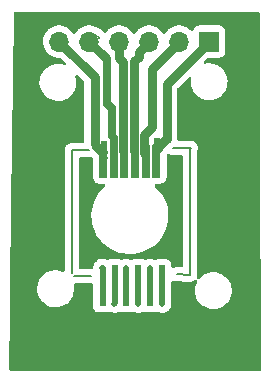
<source format=gbr>
%TF.GenerationSoftware,KiCad,Pcbnew,(6.0.1)*%
%TF.CreationDate,2023-01-13T10:44:30+01:00*%
%TF.ProjectId,HoLiSheet,486f4c69-5368-4656-9574-2e6b69636164,rev?*%
%TF.SameCoordinates,Original*%
%TF.FileFunction,Copper,L1,Top*%
%TF.FilePolarity,Positive*%
%FSLAX46Y46*%
G04 Gerber Fmt 4.6, Leading zero omitted, Abs format (unit mm)*
G04 Created by KiCad (PCBNEW (6.0.1)) date 2023-01-13 10:44:30*
%MOMM*%
%LPD*%
G01*
G04 APERTURE LIST*
%TA.AperFunction,NonConductor*%
%ADD10C,0.200000*%
%TD*%
%TA.AperFunction,SMDPad,CuDef*%
%ADD11R,0.500000X2.000000*%
%TD*%
%TA.AperFunction,SMDPad,CuDef*%
%ADD12R,0.600000X1.750000*%
%TD*%
%TA.AperFunction,ComponentPad*%
%ADD13R,1.700000X1.700000*%
%TD*%
%TA.AperFunction,ComponentPad*%
%ADD14O,1.700000X1.700000*%
%TD*%
%TA.AperFunction,Conductor*%
%ADD15C,0.700000*%
%TD*%
%TA.AperFunction,Conductor*%
%ADD16C,0.750000*%
%TD*%
%TA.AperFunction,Conductor*%
%ADD17C,0.500000*%
%TD*%
G04 APERTURE END LIST*
D10*
X16002000Y-22885400D02*
X14884400Y-22860000D01*
X16002000Y-12166600D02*
X16002000Y-22885400D01*
X14528800Y-12141200D02*
X16052800Y-12141200D01*
X6197600Y-23012400D02*
X7620000Y-23012400D01*
X5994400Y-12369800D02*
X5994400Y-22783800D01*
X7467600Y-12344400D02*
X5994400Y-12369800D01*
X8178800Y-2641600D02*
X8331200Y-2844800D01*
X13411200Y-11887200D02*
X12903200Y-11887200D01*
X12903200Y-11887200D02*
X12903200Y-14579600D01*
X12903200Y-14579600D02*
X13411200Y-14579600D01*
X13411200Y-14579600D02*
X13411200Y-11887200D01*
G36*
X13411200Y-11887200D02*
G01*
X12903200Y-11887200D01*
X12903200Y-14579600D01*
X13411200Y-14579600D01*
X13411200Y-11887200D01*
G37*
X12496800Y-11887200D02*
X11988800Y-11887200D01*
X11988800Y-11887200D02*
X11988800Y-14579600D01*
X11988800Y-14579600D02*
X12496800Y-14579600D01*
X12496800Y-14579600D02*
X12496800Y-11887200D01*
G36*
X12496800Y-11887200D02*
G01*
X11988800Y-11887200D01*
X11988800Y-14579600D01*
X12496800Y-14579600D01*
X12496800Y-11887200D01*
G37*
X11582400Y-11887200D02*
X11074400Y-11887200D01*
X11074400Y-11887200D02*
X11074400Y-14579600D01*
X11074400Y-14579600D02*
X11582400Y-14579600D01*
X11582400Y-14579600D02*
X11582400Y-11887200D01*
G36*
X11582400Y-11887200D02*
G01*
X11074400Y-11887200D01*
X11074400Y-14579600D01*
X11582400Y-14579600D01*
X11582400Y-11887200D01*
G37*
X10668000Y-11887200D02*
X10160000Y-11887200D01*
X10160000Y-11887200D02*
X10160000Y-14579600D01*
X10160000Y-14579600D02*
X10668000Y-14579600D01*
X10668000Y-14579600D02*
X10668000Y-11887200D01*
G36*
X10668000Y-11887200D02*
G01*
X10160000Y-11887200D01*
X10160000Y-14579600D01*
X10668000Y-14579600D01*
X10668000Y-11887200D01*
G37*
X9804400Y-11887200D02*
X9296400Y-11887200D01*
X9296400Y-11887200D02*
X9296400Y-14579600D01*
X9296400Y-14579600D02*
X9804400Y-14579600D01*
X9804400Y-14579600D02*
X9804400Y-11887200D01*
G36*
X9804400Y-11887200D02*
G01*
X9296400Y-11887200D01*
X9296400Y-14579600D01*
X9804400Y-14579600D01*
X9804400Y-11887200D01*
G37*
X8890000Y-11887200D02*
X8382000Y-11887200D01*
X8382000Y-11887200D02*
X8382000Y-14579600D01*
X8382000Y-14579600D02*
X8890000Y-14579600D01*
X8890000Y-14579600D02*
X8890000Y-11887200D01*
G36*
X8890000Y-11887200D02*
G01*
X8382000Y-11887200D01*
X8382000Y-14579600D01*
X8890000Y-14579600D01*
X8890000Y-11887200D01*
G37*
D11*
%TO.P,J8,1,Pin_1*%
%TO.N,Net-(J1-Pad1)*%
X13181200Y-12368400D03*
%TD*%
%TO.P,J7,1,Pin_1*%
%TO.N,Net-(J1-Pad2)*%
X12216000Y-12622400D03*
%TD*%
%TO.P,J6,1,Pin_1*%
%TO.N,Net-(J1-Pad3)*%
X11348300Y-12495400D03*
%TD*%
%TO.P,J5,1,Pin_1*%
%TO.N,Net-(J1-Pad4)*%
X10383100Y-12495400D03*
%TD*%
%TO.P,J4,1,Pin_1*%
%TO.N,Net-(J1-Pad5)*%
X9625200Y-12520800D03*
%TD*%
%TO.P,J2,1,Pin_1*%
%TO.N,Net-(J1-Pad6)*%
X8710800Y-12571600D03*
%TD*%
D12*
%TO.P,J3,1,Pin_1*%
%TO.N,unconnected-(J3-Pad1)*%
X8628672Y-24700200D03*
%TO.P,J3,2,Pin_2*%
%TO.N,unconnected-(J3-Pad2)*%
X9628672Y-22950200D03*
%TO.P,J3,3,Pin_3*%
%TO.N,unconnected-(J3-Pad3)*%
X10628672Y-24700200D03*
%TO.P,J3,4,Pin_4*%
%TO.N,unconnected-(J3-Pad4)*%
X11628672Y-22950200D03*
%TO.P,J3,5,Pin_5*%
%TO.N,unconnected-(J3-Pad5)*%
X12628672Y-24700200D03*
%TO.P,J3,6,Pin_6*%
%TO.N,unconnected-(J3-Pad6)*%
X13628672Y-22950200D03*
%TD*%
D13*
%TO.P,J1,1,Pin_1*%
%TO.N,Net-(J1-Pad1)*%
X17627600Y-3149600D03*
D14*
%TO.P,J1,2,Pin_2*%
%TO.N,Net-(J1-Pad2)*%
X15087600Y-3149600D03*
%TO.P,J1,3,Pin_3*%
%TO.N,Net-(J1-Pad3)*%
X12547600Y-3149600D03*
%TO.P,J1,4,Pin_4*%
%TO.N,Net-(J1-Pad4)*%
X10007600Y-3149600D03*
%TO.P,J1,5,Pin_5*%
%TO.N,Net-(J1-Pad5)*%
X7467600Y-3149600D03*
%TO.P,J1,6,Pin_6*%
%TO.N,Net-(J1-Pad6)*%
X4927600Y-3149600D03*
%TD*%
D15*
%TO.N,Net-(J1-Pad5)*%
X8991600Y-4673600D02*
X8864600Y-4546600D01*
X8991600Y-8432800D02*
X8991600Y-4673600D01*
D16*
X7467600Y-3149600D02*
X8864600Y-4546600D01*
D15*
X9560520Y-11310529D02*
X9560520Y-12446000D01*
X9375191Y-11125200D02*
X9560520Y-11310529D01*
X9375191Y-8816391D02*
X9375191Y-11125200D01*
X8991600Y-8432800D02*
X9375191Y-8816391D01*
D16*
%TO.N,Net-(J1-Pad2)*%
X12141200Y-11023600D02*
X12141200Y-12547600D01*
X12750800Y-5486400D02*
X12750800Y-10414000D01*
X12750800Y-10414000D02*
X12141200Y-11023600D01*
X15087600Y-3149600D02*
X12750800Y-5486400D01*
%TO.N,Net-(J1-Pad1)*%
X13970000Y-11430000D02*
X13106400Y-12293600D01*
X14034920Y-11430000D02*
X13970000Y-11430000D01*
%TO.N,Net-(J1-Pad3)*%
X11684000Y-4423700D02*
X11273500Y-4834200D01*
X11273500Y-4834200D02*
X11273500Y-12420600D01*
%TO.N,Net-(J1-Pad4)*%
X10360040Y-4875992D02*
X10360040Y-12420600D01*
X10007600Y-4523552D02*
X10360040Y-4875992D01*
X10007600Y-3149600D02*
X10007600Y-4523552D01*
%TO.N,Net-(J1-Pad3)*%
X11684000Y-4013200D02*
X11684000Y-4423700D01*
X12547600Y-3149600D02*
X11684000Y-4013200D01*
%TO.N,Net-(J1-Pad6)*%
X8070317Y-11988800D02*
X8578317Y-12496800D01*
X7924800Y-11848216D02*
X8070317Y-11988800D01*
X8578317Y-12496800D02*
X8636000Y-12496800D01*
X4927600Y-3149600D02*
X7924800Y-6146800D01*
X7924800Y-6146800D02*
X7924800Y-11848216D01*
%TO.N,Net-(J1-Pad1)*%
X14034920Y-6742280D02*
X14034920Y-11430000D01*
X17627600Y-3149600D02*
X14034920Y-6742280D01*
D17*
%TO.N,Net-(J1-Pad2)*%
X15087600Y-3149600D02*
X15087600Y-3454400D01*
%TO.N,Net-(J1-Pad4)*%
X10007600Y-3149600D02*
X10324711Y-3466711D01*
%TO.N,Net-(J1-Pad6)*%
X8788400Y-12979400D02*
X8686800Y-13081000D01*
%TO.N,unconnected-(J3-Pad6)*%
X13628672Y-25309200D02*
X13668672Y-25349200D01*
X13628672Y-22950200D02*
X13628672Y-25309200D01*
%TO.N,unconnected-(J3-Pad5)*%
X12628672Y-22325200D02*
X12652672Y-22301200D01*
X12628672Y-24700200D02*
X12628672Y-22325200D01*
%TO.N,unconnected-(J3-Pad4)*%
X11636672Y-25349200D02*
X11628672Y-25341200D01*
X11628672Y-22950200D02*
X11628672Y-25341200D01*
%TO.N,unconnected-(J3-Pad3)*%
X10628672Y-22309200D02*
X10620672Y-22301200D01*
X10628672Y-24700200D02*
X10628672Y-22309200D01*
%TO.N,unconnected-(J3-Pad2)*%
X9628672Y-25325200D02*
X9604672Y-25349200D01*
X9628672Y-22950200D02*
X9628672Y-25325200D01*
%TO.N,unconnected-(J3-Pad1)*%
X8628672Y-22341200D02*
X8588672Y-22301200D01*
X8628672Y-24700200D02*
X8628672Y-22341200D01*
%TD*%
%TA.AperFunction,NonConductor*%
G36*
X14206960Y-12665755D02*
G01*
X14208475Y-12663131D01*
X14215623Y-12667258D01*
X14222177Y-12672287D01*
X14296129Y-12702919D01*
X14362450Y-12730390D01*
X14362453Y-12730391D01*
X14370080Y-12733550D01*
X14378268Y-12734628D01*
X14484866Y-12748662D01*
X14484867Y-12748662D01*
X14488953Y-12749200D01*
X15268000Y-12749200D01*
X15336121Y-12769202D01*
X15382614Y-12822858D01*
X15394000Y-12875200D01*
X15394000Y-22134529D01*
X15373998Y-22202650D01*
X15320342Y-22249143D01*
X15265137Y-22260496D01*
X14962309Y-22253614D01*
X14858378Y-22251252D01*
X14854272Y-22251698D01*
X14854270Y-22251698D01*
X14747391Y-22263305D01*
X14747389Y-22263306D01*
X14739180Y-22264197D01*
X14678950Y-22287556D01*
X14608732Y-22314788D01*
X14537988Y-22320770D01*
X14475239Y-22287556D01*
X14440409Y-22225691D01*
X14437172Y-22197313D01*
X14437172Y-22027066D01*
X14430417Y-21964884D01*
X14379287Y-21828495D01*
X14291933Y-21711939D01*
X14175377Y-21624585D01*
X14038988Y-21573455D01*
X13976806Y-21566700D01*
X13280538Y-21566700D01*
X13218356Y-21573455D01*
X13210960Y-21576227D01*
X13210954Y-21576229D01*
X13086945Y-21622718D01*
X13016138Y-21627901D01*
X12995618Y-21621602D01*
X12860976Y-21567340D01*
X12854182Y-21564602D01*
X12769681Y-21551747D01*
X12686557Y-21539101D01*
X12686553Y-21539101D01*
X12679323Y-21538001D01*
X12672031Y-21538594D01*
X12672028Y-21538594D01*
X12589058Y-21545343D01*
X12503035Y-21552340D01*
X12496076Y-21554594D01*
X12496073Y-21554595D01*
X12341739Y-21604592D01*
X12341736Y-21604593D01*
X12334773Y-21606849D01*
X12328518Y-21610645D01*
X12328513Y-21610647D01*
X12304680Y-21625110D01*
X12236066Y-21643350D01*
X12180385Y-21628338D01*
X12175377Y-21624585D01*
X12166976Y-21621436D01*
X12166973Y-21621434D01*
X12055585Y-21579677D01*
X12038988Y-21573455D01*
X11976806Y-21566700D01*
X11280538Y-21566700D01*
X11218356Y-21573455D01*
X11081967Y-21624585D01*
X11081285Y-21625096D01*
X11015920Y-21639389D01*
X10971423Y-21627848D01*
X10947975Y-21616889D01*
X10940489Y-21612975D01*
X10939507Y-21612548D01*
X10933182Y-21608874D01*
X10926514Y-21606854D01*
X10926207Y-21606716D01*
X10868353Y-21579677D01*
X10868352Y-21579677D01*
X10861722Y-21576578D01*
X10854557Y-21575088D01*
X10854555Y-21575087D01*
X10710600Y-21545145D01*
X10688557Y-21540560D01*
X10511751Y-21545343D01*
X10504669Y-21547221D01*
X10504668Y-21547221D01*
X10347870Y-21588796D01*
X10347868Y-21588797D01*
X10340788Y-21590674D01*
X10334329Y-21594130D01*
X10284601Y-21620738D01*
X10215102Y-21635240D01*
X10175787Y-21623490D01*
X10175377Y-21624585D01*
X10038988Y-21573455D01*
X9976806Y-21566700D01*
X9280538Y-21566700D01*
X9218356Y-21573455D01*
X9201759Y-21579677D01*
X9090371Y-21621434D01*
X9090368Y-21621436D01*
X9081967Y-21624585D01*
X9074785Y-21629967D01*
X9070545Y-21632289D01*
X9001187Y-21647458D01*
X8956691Y-21635919D01*
X8829722Y-21576578D01*
X8822560Y-21575088D01*
X8822559Y-21575088D01*
X8743140Y-21558569D01*
X8656557Y-21540560D01*
X8479751Y-21545343D01*
X8472669Y-21547221D01*
X8472668Y-21547221D01*
X8315870Y-21588796D01*
X8315868Y-21588797D01*
X8308788Y-21590674D01*
X8302329Y-21594130D01*
X8159298Y-21670661D01*
X8159295Y-21670663D01*
X8152838Y-21674118D01*
X8147350Y-21678965D01*
X8147347Y-21678967D01*
X8110014Y-21711939D01*
X8020268Y-21791200D01*
X7918188Y-21935640D01*
X7915453Y-21942426D01*
X7915451Y-21942430D01*
X7909384Y-21957485D01*
X7852074Y-22099689D01*
X7850973Y-22106926D01*
X7826594Y-22267183D01*
X7825473Y-22274549D01*
X7826066Y-22281844D01*
X7825887Y-22286988D01*
X7803522Y-22354370D01*
X7748277Y-22398963D01*
X7683519Y-22407516D01*
X7663937Y-22404938D01*
X7663930Y-22404938D01*
X7659847Y-22404400D01*
X6728400Y-22404400D01*
X6660279Y-22384398D01*
X6613786Y-22330742D01*
X6602400Y-22278400D01*
X6602400Y-13091254D01*
X6622402Y-13023133D01*
X6676058Y-12976640D01*
X6726228Y-12965273D01*
X7517922Y-12951623D01*
X7629404Y-12934986D01*
X7699729Y-12944714D01*
X7753632Y-12990920D01*
X7774000Y-13059606D01*
X7774000Y-14531495D01*
X7772922Y-14547941D01*
X7768754Y-14579600D01*
X7774000Y-14619447D01*
X7789650Y-14738320D01*
X7850913Y-14886223D01*
X7948370Y-15013230D01*
X8075377Y-15110687D01*
X8149328Y-15141318D01*
X8215650Y-15168790D01*
X8215653Y-15168791D01*
X8223280Y-15171950D01*
X8382000Y-15192846D01*
X8390188Y-15191768D01*
X8413659Y-15188678D01*
X8430105Y-15187600D01*
X8717299Y-15187600D01*
X8785420Y-15207602D01*
X8831913Y-15261258D01*
X8842017Y-15331532D01*
X8812523Y-15396112D01*
X8799882Y-15408763D01*
X8650919Y-15538026D01*
X8407464Y-15801395D01*
X8405411Y-15804175D01*
X8405404Y-15804183D01*
X8196438Y-16087100D01*
X8194379Y-16089888D01*
X8014239Y-16400022D01*
X7869220Y-16728050D01*
X7761071Y-17070011D01*
X7691101Y-17421775D01*
X7660154Y-17779092D01*
X7660236Y-17782560D01*
X7664986Y-17984108D01*
X7668604Y-18137648D01*
X7716349Y-18493111D01*
X7802812Y-18841188D01*
X7926948Y-19177675D01*
X7928497Y-19180775D01*
X8085716Y-19495421D01*
X8085720Y-19495428D01*
X8087259Y-19498508D01*
X8281809Y-19799811D01*
X8508246Y-20077947D01*
X8763838Y-20329554D01*
X9045496Y-20551596D01*
X9349818Y-20741388D01*
X9673129Y-20896640D01*
X9676398Y-20897788D01*
X10008266Y-21014332D01*
X10008274Y-21014334D01*
X10011525Y-21015476D01*
X10014887Y-21016255D01*
X10014893Y-21016257D01*
X10153514Y-21048387D01*
X10360917Y-21096461D01*
X10364334Y-21096865D01*
X10364343Y-21096867D01*
X10714382Y-21138296D01*
X10717086Y-21138616D01*
X10719801Y-21138701D01*
X10719810Y-21138702D01*
X10744784Y-21139487D01*
X10764305Y-21140100D01*
X11012055Y-21140100D01*
X11013774Y-21140005D01*
X11013789Y-21140005D01*
X11156648Y-21132143D01*
X11280113Y-21125348D01*
X11283527Y-21124780D01*
X11283534Y-21124779D01*
X11500863Y-21088605D01*
X11633901Y-21066461D01*
X11979090Y-20969108D01*
X12311512Y-20834463D01*
X12487425Y-20739546D01*
X12624101Y-20665800D01*
X12624105Y-20665797D01*
X12627151Y-20664154D01*
X12787349Y-20553434D01*
X12919352Y-20462201D01*
X12919353Y-20462200D01*
X12922195Y-20460236D01*
X13193081Y-20225174D01*
X13436536Y-19961805D01*
X13438589Y-19959025D01*
X13438596Y-19959017D01*
X13647562Y-19676100D01*
X13647564Y-19676097D01*
X13649621Y-19673312D01*
X13829761Y-19363178D01*
X13974780Y-19035150D01*
X14082929Y-18693189D01*
X14152899Y-18341425D01*
X14183846Y-17984108D01*
X14179096Y-17782560D01*
X14175478Y-17629016D01*
X14175477Y-17629009D01*
X14175396Y-17625552D01*
X14127651Y-17270089D01*
X14041188Y-16922012D01*
X13917052Y-16585525D01*
X13909803Y-16571017D01*
X13758284Y-16267779D01*
X13758280Y-16267772D01*
X13756741Y-16264692D01*
X13562191Y-15963389D01*
X13335754Y-15685253D01*
X13080162Y-15433646D01*
X13053402Y-15412550D01*
X13012289Y-15354669D01*
X13008995Y-15283748D01*
X13044567Y-15222306D01*
X13107710Y-15189849D01*
X13131408Y-15187600D01*
X13363095Y-15187600D01*
X13379541Y-15188678D01*
X13411200Y-15192846D01*
X13419388Y-15191768D01*
X13451047Y-15187600D01*
X13561732Y-15173028D01*
X13569920Y-15171950D01*
X13577547Y-15168791D01*
X13577550Y-15168790D01*
X13643872Y-15141318D01*
X13717823Y-15110687D01*
X13844830Y-15013230D01*
X13942287Y-14886223D01*
X14003550Y-14738320D01*
X14024446Y-14579600D01*
X14020278Y-14547941D01*
X14019200Y-14531495D01*
X14019200Y-12772040D01*
X14039202Y-12703919D01*
X14092858Y-12657426D01*
X14163132Y-12647322D01*
X14206960Y-12665755D01*
G37*
%TD.AperFunction*%
%TA.AperFunction,NonConductor*%
G36*
X21888016Y-680402D02*
G01*
X21934509Y-734058D01*
X21945895Y-786189D01*
X21964718Y-12061237D01*
X21996189Y-30912590D01*
X21976301Y-30980744D01*
X21922723Y-31027326D01*
X21870189Y-31038800D01*
X840435Y-31038800D01*
X772314Y-31018798D01*
X725821Y-30965142D01*
X714443Y-30911340D01*
X770220Y-26098653D01*
X792992Y-24133768D01*
X3060182Y-24133768D01*
X3060763Y-24138788D01*
X3060763Y-24138792D01*
X3065188Y-24177032D01*
X3089008Y-24382899D01*
X3090387Y-24387773D01*
X3090388Y-24387777D01*
X3132133Y-24535299D01*
X3157294Y-24624217D01*
X3159428Y-24628792D01*
X3159430Y-24628799D01*
X3228359Y-24776617D01*
X3263284Y-24851513D01*
X3266126Y-24855694D01*
X3266126Y-24855695D01*
X3401405Y-25054752D01*
X3401408Y-25054756D01*
X3404251Y-25058939D01*
X3407728Y-25062616D01*
X3407729Y-25062617D01*
X3508038Y-25168691D01*
X3576567Y-25241159D01*
X3580593Y-25244237D01*
X3580594Y-25244238D01*
X3771781Y-25390412D01*
X3771785Y-25390415D01*
X3775801Y-25393485D01*
X3996826Y-25511997D01*
X4001607Y-25513643D01*
X4001611Y-25513645D01*
X4227338Y-25591369D01*
X4233956Y-25593648D01*
X4337489Y-25611531D01*
X4477180Y-25635660D01*
X4477186Y-25635661D01*
X4481090Y-25636335D01*
X4485051Y-25636515D01*
X4485052Y-25636515D01*
X4509731Y-25637636D01*
X4509750Y-25637636D01*
X4511150Y-25637700D01*
X4685815Y-25637700D01*
X4688323Y-25637498D01*
X4688328Y-25637498D01*
X4867744Y-25623063D01*
X4867749Y-25623062D01*
X4872785Y-25622657D01*
X4877693Y-25621452D01*
X4877696Y-25621451D01*
X5111425Y-25564041D01*
X5116339Y-25562834D01*
X5120991Y-25560859D01*
X5120995Y-25560858D01*
X5342541Y-25466817D01*
X5342542Y-25466817D01*
X5347196Y-25464841D01*
X5488510Y-25375851D01*
X5555134Y-25333896D01*
X5555135Y-25333895D01*
X5559415Y-25331200D01*
X5747538Y-25165347D01*
X5906724Y-24971551D01*
X6032878Y-24754796D01*
X6064254Y-24673061D01*
X6120943Y-24525381D01*
X6122755Y-24520661D01*
X6141169Y-24432521D01*
X6173006Y-24280121D01*
X6174041Y-24275167D01*
X6185418Y-24024632D01*
X6175963Y-23942911D01*
X6157173Y-23780520D01*
X6157172Y-23780517D01*
X6156592Y-23775501D01*
X6155267Y-23770817D01*
X6161654Y-23700160D01*
X6205260Y-23644133D01*
X6278863Y-23620400D01*
X7659847Y-23620400D01*
X7680732Y-23617650D01*
X7750878Y-23628588D01*
X7803978Y-23675715D01*
X7823169Y-23744069D01*
X7822441Y-23756178D01*
X7820172Y-23777066D01*
X7820172Y-25623334D01*
X7826927Y-25685516D01*
X7878057Y-25821905D01*
X7965411Y-25938461D01*
X8081967Y-26025815D01*
X8218356Y-26076945D01*
X8280538Y-26083700D01*
X8976806Y-26083700D01*
X9038988Y-26076945D01*
X9046384Y-26074173D01*
X9046390Y-26074171D01*
X9170398Y-26027682D01*
X9241205Y-26022499D01*
X9261726Y-26028798D01*
X9329900Y-26056273D01*
X9403161Y-26085798D01*
X9410398Y-26086899D01*
X9570787Y-26111299D01*
X9570791Y-26111299D01*
X9578021Y-26112399D01*
X9585313Y-26111806D01*
X9585316Y-26111806D01*
X9676326Y-26104403D01*
X9754309Y-26098060D01*
X9761268Y-26095806D01*
X9761271Y-26095805D01*
X9915605Y-26045808D01*
X9915608Y-26045807D01*
X9922571Y-26043551D01*
X9928826Y-26039755D01*
X9928831Y-26039753D01*
X9952664Y-26025290D01*
X10021278Y-26007050D01*
X10076959Y-26022062D01*
X10081967Y-26025815D01*
X10090368Y-26028964D01*
X10090371Y-26028966D01*
X10163219Y-26056275D01*
X10218356Y-26076945D01*
X10280538Y-26083700D01*
X10976806Y-26083700D01*
X11038988Y-26076945D01*
X11175377Y-26025815D01*
X11176059Y-26025304D01*
X11241424Y-26011011D01*
X11285921Y-26022552D01*
X11309369Y-26033511D01*
X11316855Y-26037425D01*
X11317837Y-26037852D01*
X11324162Y-26041526D01*
X11330830Y-26043546D01*
X11331137Y-26043684D01*
X11365464Y-26059727D01*
X11395622Y-26073822D01*
X11402787Y-26075312D01*
X11402789Y-26075313D01*
X11526130Y-26100968D01*
X11568787Y-26109841D01*
X11687908Y-26106618D01*
X11738277Y-26105255D01*
X11745593Y-26105057D01*
X11916556Y-26059727D01*
X11923009Y-26056274D01*
X11923012Y-26056273D01*
X11972744Y-26029663D01*
X12042243Y-26015161D01*
X12081557Y-26026910D01*
X12081967Y-26025815D01*
X12218356Y-26076945D01*
X12280538Y-26083700D01*
X12976806Y-26083700D01*
X13038988Y-26076945D01*
X13175377Y-26025815D01*
X13182564Y-26020429D01*
X13186794Y-26018113D01*
X13256151Y-26002942D01*
X13300655Y-26014483D01*
X13420984Y-26070720D01*
X13420987Y-26070721D01*
X13427622Y-26073822D01*
X13434787Y-26075312D01*
X13434789Y-26075313D01*
X13558130Y-26100968D01*
X13600787Y-26109841D01*
X13719908Y-26106618D01*
X13770277Y-26105255D01*
X13777593Y-26105057D01*
X13948557Y-26059727D01*
X14104506Y-25976282D01*
X14237077Y-25859200D01*
X14258356Y-25829091D01*
X14334932Y-25720739D01*
X14334934Y-25720736D01*
X14339157Y-25714760D01*
X14374633Y-25626731D01*
X14402532Y-25557506D01*
X14402533Y-25557503D01*
X14405270Y-25550711D01*
X14428825Y-25395876D01*
X14430771Y-25383085D01*
X14430771Y-25383081D01*
X14431871Y-25375851D01*
X14428459Y-25333896D01*
X14425357Y-25295760D01*
X14417532Y-25199564D01*
X14393303Y-25124771D01*
X14387172Y-25085946D01*
X14387172Y-24073713D01*
X14395190Y-24029484D01*
X14427645Y-23942911D01*
X14427645Y-23942909D01*
X14430417Y-23935516D01*
X14437172Y-23873334D01*
X14437172Y-23520541D01*
X14457174Y-23452420D01*
X14510830Y-23405927D01*
X14581104Y-23395823D01*
X14614019Y-23405257D01*
X14712262Y-23448591D01*
X14830749Y-23466938D01*
X14834880Y-23467032D01*
X14834881Y-23467032D01*
X15948454Y-23492340D01*
X15962037Y-23493385D01*
X15993811Y-23497568D01*
X15993812Y-23497568D01*
X16002000Y-23498646D01*
X16073120Y-23489283D01*
X16075909Y-23488947D01*
X16147220Y-23481203D01*
X16153761Y-23478666D01*
X16160720Y-23477750D01*
X16215390Y-23455105D01*
X16226957Y-23450314D01*
X16229615Y-23449248D01*
X16288780Y-23426302D01*
X16288779Y-23426302D01*
X16296477Y-23423317D01*
X16302141Y-23419172D01*
X16308623Y-23416487D01*
X16365564Y-23372794D01*
X16367705Y-23371189D01*
X16425666Y-23328771D01*
X16427637Y-23331463D01*
X16476925Y-23306027D01*
X16547603Y-23312746D01*
X16603429Y-23356610D01*
X16626678Y-23423692D01*
X16609721Y-23493120D01*
X16573122Y-23556004D01*
X16571309Y-23560727D01*
X16571308Y-23560729D01*
X16539846Y-23642691D01*
X16483245Y-23790139D01*
X16482212Y-23795085D01*
X16482210Y-23795091D01*
X16455484Y-23923023D01*
X16431959Y-24035633D01*
X16431730Y-24040682D01*
X16431729Y-24040688D01*
X16427732Y-24128714D01*
X16420582Y-24286168D01*
X16449408Y-24535299D01*
X16450787Y-24540173D01*
X16450788Y-24540177D01*
X16489726Y-24677781D01*
X16517694Y-24776617D01*
X16519828Y-24781192D01*
X16519830Y-24781199D01*
X16621547Y-24999331D01*
X16623684Y-25003913D01*
X16626526Y-25008094D01*
X16626526Y-25008095D01*
X16761805Y-25207152D01*
X16761808Y-25207156D01*
X16764651Y-25211339D01*
X16768128Y-25215016D01*
X16768129Y-25215017D01*
X16868438Y-25321091D01*
X16936967Y-25393559D01*
X16940993Y-25396637D01*
X16940994Y-25396638D01*
X17132181Y-25542812D01*
X17132185Y-25542815D01*
X17136201Y-25545885D01*
X17140659Y-25548275D01*
X17140660Y-25548276D01*
X17167811Y-25562834D01*
X17357226Y-25664397D01*
X17362007Y-25666043D01*
X17362011Y-25666045D01*
X17520854Y-25720739D01*
X17594356Y-25746048D01*
X17697889Y-25763931D01*
X17837580Y-25788060D01*
X17837586Y-25788061D01*
X17841490Y-25788735D01*
X17845451Y-25788915D01*
X17845452Y-25788915D01*
X17870131Y-25790036D01*
X17870150Y-25790036D01*
X17871550Y-25790100D01*
X18046215Y-25790100D01*
X18048723Y-25789898D01*
X18048728Y-25789898D01*
X18228144Y-25775463D01*
X18228149Y-25775462D01*
X18233185Y-25775057D01*
X18238093Y-25773852D01*
X18238096Y-25773851D01*
X18471825Y-25716441D01*
X18476739Y-25715234D01*
X18481391Y-25713259D01*
X18481395Y-25713258D01*
X18702941Y-25619217D01*
X18702942Y-25619217D01*
X18707596Y-25617241D01*
X18919815Y-25483600D01*
X19107938Y-25317747D01*
X19267124Y-25123951D01*
X19393278Y-24907196D01*
X19483155Y-24673061D01*
X19494377Y-24619348D01*
X19533406Y-24432521D01*
X19534441Y-24427567D01*
X19536470Y-24382899D01*
X19540862Y-24286168D01*
X19545818Y-24177032D01*
X19541394Y-24138792D01*
X19532276Y-24059993D01*
X19516992Y-23927901D01*
X19504353Y-23883233D01*
X19450084Y-23691452D01*
X19450083Y-23691450D01*
X19448706Y-23686583D01*
X19446572Y-23682008D01*
X19446570Y-23682001D01*
X19344853Y-23463869D01*
X19344851Y-23463865D01*
X19342716Y-23459287D01*
X19336243Y-23449762D01*
X19204595Y-23256048D01*
X19204592Y-23256044D01*
X19201749Y-23251861D01*
X19101125Y-23145453D01*
X19032913Y-23073321D01*
X19029433Y-23069641D01*
X19004531Y-23050602D01*
X18834219Y-22920388D01*
X18834215Y-22920385D01*
X18830199Y-22917315D01*
X18796665Y-22899334D01*
X18613635Y-22801195D01*
X18609174Y-22798803D01*
X18604393Y-22797157D01*
X18604389Y-22797155D01*
X18376833Y-22718801D01*
X18372044Y-22717152D01*
X18224014Y-22691583D01*
X18128820Y-22675140D01*
X18128814Y-22675139D01*
X18124910Y-22674465D01*
X18120949Y-22674285D01*
X18120948Y-22674285D01*
X18096269Y-22673164D01*
X18096250Y-22673164D01*
X18094850Y-22673100D01*
X17920185Y-22673100D01*
X17917677Y-22673302D01*
X17917672Y-22673302D01*
X17738256Y-22687737D01*
X17738251Y-22687738D01*
X17733215Y-22688143D01*
X17728307Y-22689348D01*
X17728304Y-22689349D01*
X17602715Y-22720197D01*
X17489661Y-22747966D01*
X17485009Y-22749941D01*
X17485005Y-22749942D01*
X17364261Y-22801195D01*
X17258804Y-22845959D01*
X17046585Y-22979600D01*
X16858462Y-23145453D01*
X16855252Y-23149361D01*
X16780070Y-23240889D01*
X16721376Y-23280832D01*
X16650404Y-23282702D01*
X16589688Y-23245905D01*
X16558504Y-23182123D01*
X16567423Y-23110062D01*
X16585252Y-23069641D01*
X16590591Y-23057538D01*
X16591665Y-23050602D01*
X16594350Y-23044120D01*
X16600559Y-22996961D01*
X16603707Y-22973045D01*
X16604113Y-22970210D01*
X16606890Y-22952278D01*
X16615088Y-22899334D01*
X16610735Y-22859252D01*
X16610000Y-22845665D01*
X16610000Y-12409843D01*
X16619591Y-12361625D01*
X16641990Y-12307550D01*
X16641991Y-12307547D01*
X16645150Y-12299920D01*
X16666046Y-12141200D01*
X16645150Y-11982480D01*
X16627719Y-11940396D01*
X16589950Y-11849215D01*
X16583887Y-11834577D01*
X16565417Y-11810506D01*
X16491456Y-11714120D01*
X16486430Y-11707570D01*
X16460840Y-11687934D01*
X16365976Y-11615141D01*
X16365974Y-11615140D01*
X16359423Y-11610113D01*
X16285472Y-11579482D01*
X16219150Y-11552010D01*
X16219147Y-11552009D01*
X16211520Y-11548850D01*
X16203332Y-11547772D01*
X16096734Y-11533738D01*
X16096733Y-11533738D01*
X16092647Y-11533200D01*
X15044420Y-11533200D01*
X14976299Y-11513198D01*
X14929806Y-11459542D01*
X14918420Y-11407200D01*
X14918420Y-7160428D01*
X14938422Y-7092307D01*
X14955325Y-7071333D01*
X15884959Y-6141699D01*
X15947271Y-6107673D01*
X16018086Y-6112738D01*
X16074922Y-6155285D01*
X16099733Y-6221805D01*
X16097391Y-6256556D01*
X16076359Y-6357233D01*
X16076130Y-6362282D01*
X16076129Y-6362288D01*
X16070972Y-6475851D01*
X16064982Y-6607768D01*
X16093808Y-6856899D01*
X16095187Y-6861773D01*
X16095188Y-6861777D01*
X16160716Y-7093348D01*
X16162094Y-7098217D01*
X16164228Y-7102792D01*
X16164230Y-7102799D01*
X16248712Y-7283970D01*
X16268084Y-7325513D01*
X16270926Y-7329694D01*
X16270926Y-7329695D01*
X16406205Y-7528752D01*
X16406208Y-7528756D01*
X16409051Y-7532939D01*
X16412528Y-7536616D01*
X16412529Y-7536617D01*
X16512838Y-7642691D01*
X16581367Y-7715159D01*
X16585393Y-7718237D01*
X16585394Y-7718238D01*
X16776581Y-7864412D01*
X16776585Y-7864415D01*
X16780601Y-7867485D01*
X17001626Y-7985997D01*
X17006407Y-7987643D01*
X17006411Y-7987645D01*
X17153945Y-8038445D01*
X17238756Y-8067648D01*
X17342289Y-8085531D01*
X17481980Y-8109660D01*
X17481986Y-8109661D01*
X17485890Y-8110335D01*
X17489851Y-8110515D01*
X17489852Y-8110515D01*
X17514531Y-8111636D01*
X17514550Y-8111636D01*
X17515950Y-8111700D01*
X17690615Y-8111700D01*
X17693123Y-8111498D01*
X17693128Y-8111498D01*
X17872544Y-8097063D01*
X17872549Y-8097062D01*
X17877585Y-8096657D01*
X17882493Y-8095452D01*
X17882496Y-8095451D01*
X18116225Y-8038041D01*
X18121139Y-8036834D01*
X18125791Y-8034859D01*
X18125795Y-8034858D01*
X18347341Y-7940817D01*
X18347342Y-7940817D01*
X18351996Y-7938841D01*
X18564215Y-7805200D01*
X18752338Y-7639347D01*
X18911524Y-7445551D01*
X19037678Y-7228796D01*
X19127555Y-6994661D01*
X19167194Y-6804921D01*
X19177806Y-6754121D01*
X19178841Y-6749167D01*
X19190218Y-6498632D01*
X19161392Y-6249501D01*
X19136785Y-6162539D01*
X19094484Y-6013052D01*
X19094483Y-6013050D01*
X19093106Y-6008183D01*
X19090972Y-6003608D01*
X19090970Y-6003601D01*
X18989253Y-5785469D01*
X18989251Y-5785465D01*
X18987116Y-5780887D01*
X18880673Y-5624261D01*
X18848995Y-5577648D01*
X18848992Y-5577644D01*
X18846149Y-5573461D01*
X18673833Y-5391241D01*
X18541043Y-5289715D01*
X18478619Y-5241988D01*
X18478615Y-5241985D01*
X18474599Y-5238915D01*
X18253574Y-5120403D01*
X18248793Y-5118757D01*
X18248789Y-5118755D01*
X18021233Y-5040401D01*
X18016444Y-5038752D01*
X17886836Y-5016365D01*
X17773220Y-4996740D01*
X17773214Y-4996739D01*
X17769310Y-4996065D01*
X17765349Y-4995885D01*
X17765348Y-4995885D01*
X17740669Y-4994764D01*
X17740650Y-4994764D01*
X17739250Y-4994700D01*
X17564585Y-4994700D01*
X17562077Y-4994902D01*
X17562072Y-4994902D01*
X17382656Y-5009337D01*
X17382651Y-5009338D01*
X17377615Y-5009743D01*
X17372707Y-5010948D01*
X17372704Y-5010949D01*
X17337724Y-5019541D01*
X17266798Y-5016365D01*
X17208849Y-4975348D01*
X17182274Y-4909513D01*
X17195512Y-4839761D01*
X17218574Y-4808083D01*
X17481652Y-4545005D01*
X17543964Y-4510979D01*
X17570747Y-4508100D01*
X18525734Y-4508100D01*
X18587916Y-4501345D01*
X18724305Y-4450215D01*
X18840861Y-4362861D01*
X18928215Y-4246305D01*
X18979345Y-4109916D01*
X18986100Y-4047734D01*
X18986100Y-2251466D01*
X18979345Y-2189284D01*
X18928215Y-2052895D01*
X18840861Y-1936339D01*
X18724305Y-1848985D01*
X18587916Y-1797855D01*
X18525734Y-1791100D01*
X16729466Y-1791100D01*
X16667284Y-1797855D01*
X16530895Y-1848985D01*
X16414339Y-1936339D01*
X16326985Y-2052895D01*
X16323833Y-2061303D01*
X16282519Y-2171507D01*
X16239877Y-2228271D01*
X16173316Y-2252971D01*
X16103967Y-2237763D01*
X16071343Y-2212076D01*
X16020751Y-2156475D01*
X16020742Y-2156466D01*
X16017270Y-2152651D01*
X16013219Y-2149452D01*
X16013215Y-2149448D01*
X15846014Y-2017400D01*
X15846010Y-2017398D01*
X15841959Y-2014198D01*
X15646389Y-1906238D01*
X15641520Y-1904514D01*
X15641516Y-1904512D01*
X15440687Y-1833395D01*
X15440683Y-1833394D01*
X15435812Y-1831669D01*
X15430719Y-1830762D01*
X15430716Y-1830761D01*
X15220973Y-1793400D01*
X15220967Y-1793399D01*
X15215884Y-1792494D01*
X15142052Y-1791592D01*
X14997681Y-1789828D01*
X14997679Y-1789828D01*
X14992511Y-1789765D01*
X14771691Y-1823555D01*
X14559356Y-1892957D01*
X14361207Y-1996107D01*
X14357074Y-1999210D01*
X14357071Y-1999212D01*
X14252603Y-2077649D01*
X14182565Y-2130235D01*
X14154872Y-2159214D01*
X14088880Y-2228271D01*
X14028229Y-2291738D01*
X13920801Y-2449221D01*
X13865893Y-2494221D01*
X13795368Y-2502392D01*
X13731621Y-2471138D01*
X13710924Y-2446654D01*
X13630422Y-2322217D01*
X13630420Y-2322214D01*
X13627614Y-2317877D01*
X13477270Y-2152651D01*
X13473219Y-2149452D01*
X13473215Y-2149448D01*
X13306014Y-2017400D01*
X13306010Y-2017398D01*
X13301959Y-2014198D01*
X13106389Y-1906238D01*
X13101520Y-1904514D01*
X13101516Y-1904512D01*
X12900687Y-1833395D01*
X12900683Y-1833394D01*
X12895812Y-1831669D01*
X12890719Y-1830762D01*
X12890716Y-1830761D01*
X12680973Y-1793400D01*
X12680967Y-1793399D01*
X12675884Y-1792494D01*
X12602052Y-1791592D01*
X12457681Y-1789828D01*
X12457679Y-1789828D01*
X12452511Y-1789765D01*
X12231691Y-1823555D01*
X12019356Y-1892957D01*
X11821207Y-1996107D01*
X11817074Y-1999210D01*
X11817071Y-1999212D01*
X11712603Y-2077649D01*
X11642565Y-2130235D01*
X11614872Y-2159214D01*
X11548880Y-2228271D01*
X11488229Y-2291738D01*
X11380801Y-2449221D01*
X11325893Y-2494221D01*
X11255368Y-2502392D01*
X11191621Y-2471138D01*
X11170924Y-2446654D01*
X11090422Y-2322217D01*
X11090420Y-2322214D01*
X11087614Y-2317877D01*
X10937270Y-2152651D01*
X10933219Y-2149452D01*
X10933215Y-2149448D01*
X10766014Y-2017400D01*
X10766010Y-2017398D01*
X10761959Y-2014198D01*
X10566389Y-1906238D01*
X10561520Y-1904514D01*
X10561516Y-1904512D01*
X10360687Y-1833395D01*
X10360683Y-1833394D01*
X10355812Y-1831669D01*
X10350719Y-1830762D01*
X10350716Y-1830761D01*
X10140973Y-1793400D01*
X10140967Y-1793399D01*
X10135884Y-1792494D01*
X10062052Y-1791592D01*
X9917681Y-1789828D01*
X9917679Y-1789828D01*
X9912511Y-1789765D01*
X9691691Y-1823555D01*
X9479356Y-1892957D01*
X9281207Y-1996107D01*
X9277074Y-1999210D01*
X9277071Y-1999212D01*
X9172603Y-2077649D01*
X9102565Y-2130235D01*
X9074872Y-2159214D01*
X9008880Y-2228271D01*
X8948229Y-2291738D01*
X8917986Y-2336072D01*
X8863077Y-2381073D01*
X8792553Y-2389244D01*
X8728805Y-2357990D01*
X8713100Y-2340666D01*
X8641292Y-2244922D01*
X8557448Y-2159214D01*
X8540955Y-2149448D01*
X8426805Y-2081858D01*
X8426803Y-2081857D01*
X8419696Y-2077649D01*
X8265526Y-2034518D01*
X8266019Y-2032755D01*
X8226382Y-2017645D01*
X8226013Y-2017400D01*
X8221959Y-2014198D01*
X8026389Y-1906238D01*
X8021520Y-1904514D01*
X8021516Y-1904512D01*
X7820687Y-1833395D01*
X7820683Y-1833394D01*
X7815812Y-1831669D01*
X7810719Y-1830762D01*
X7810716Y-1830761D01*
X7600973Y-1793400D01*
X7600967Y-1793399D01*
X7595884Y-1792494D01*
X7522052Y-1791592D01*
X7377681Y-1789828D01*
X7377679Y-1789828D01*
X7372511Y-1789765D01*
X7151691Y-1823555D01*
X6939356Y-1892957D01*
X6741207Y-1996107D01*
X6737074Y-1999210D01*
X6737071Y-1999212D01*
X6632603Y-2077649D01*
X6562565Y-2130235D01*
X6534872Y-2159214D01*
X6468880Y-2228271D01*
X6408229Y-2291738D01*
X6300801Y-2449221D01*
X6245893Y-2494221D01*
X6175368Y-2502392D01*
X6111621Y-2471138D01*
X6090924Y-2446654D01*
X6010422Y-2322217D01*
X6010420Y-2322214D01*
X6007614Y-2317877D01*
X5857270Y-2152651D01*
X5853219Y-2149452D01*
X5853215Y-2149448D01*
X5686014Y-2017400D01*
X5686010Y-2017398D01*
X5681959Y-2014198D01*
X5486389Y-1906238D01*
X5481520Y-1904514D01*
X5481516Y-1904512D01*
X5280687Y-1833395D01*
X5280683Y-1833394D01*
X5275812Y-1831669D01*
X5270719Y-1830762D01*
X5270716Y-1830761D01*
X5060973Y-1793400D01*
X5060967Y-1793399D01*
X5055884Y-1792494D01*
X4982052Y-1791592D01*
X4837681Y-1789828D01*
X4837679Y-1789828D01*
X4832511Y-1789765D01*
X4611691Y-1823555D01*
X4399356Y-1892957D01*
X4201207Y-1996107D01*
X4197074Y-1999210D01*
X4197071Y-1999212D01*
X4092603Y-2077649D01*
X4022565Y-2130235D01*
X3994872Y-2159214D01*
X3928880Y-2228271D01*
X3868229Y-2291738D01*
X3865320Y-2296003D01*
X3865314Y-2296011D01*
X3823035Y-2357990D01*
X3742343Y-2476280D01*
X3648288Y-2678905D01*
X3588589Y-2894170D01*
X3564851Y-3116295D01*
X3577710Y-3339315D01*
X3578847Y-3344361D01*
X3578848Y-3344367D01*
X3602904Y-3451108D01*
X3626822Y-3557239D01*
X3710866Y-3764216D01*
X3827587Y-3954688D01*
X3973850Y-4123538D01*
X4145726Y-4266232D01*
X4338600Y-4378938D01*
X4547292Y-4458630D01*
X4552360Y-4459661D01*
X4552363Y-4459662D01*
X4659979Y-4481557D01*
X4766197Y-4503167D01*
X4771372Y-4503357D01*
X4771374Y-4503357D01*
X4989437Y-4511353D01*
X4989372Y-4513139D01*
X5050724Y-4528158D01*
X5076589Y-4548047D01*
X5443951Y-4915409D01*
X5477974Y-4977718D01*
X5472910Y-5048533D01*
X5430363Y-5105369D01*
X5363843Y-5130180D01*
X5313833Y-5123636D01*
X5219637Y-5091202D01*
X5219633Y-5091201D01*
X5214844Y-5089552D01*
X5070143Y-5064558D01*
X4971620Y-5047540D01*
X4971614Y-5047539D01*
X4967710Y-5046865D01*
X4963749Y-5046685D01*
X4963748Y-5046685D01*
X4939069Y-5045564D01*
X4939050Y-5045564D01*
X4937650Y-5045500D01*
X4762985Y-5045500D01*
X4760477Y-5045702D01*
X4760472Y-5045702D01*
X4581056Y-5060137D01*
X4581051Y-5060138D01*
X4576015Y-5060543D01*
X4571107Y-5061748D01*
X4571104Y-5061749D01*
X4393517Y-5105369D01*
X4332461Y-5120366D01*
X4327809Y-5122341D01*
X4327805Y-5122342D01*
X4106259Y-5216383D01*
X4101604Y-5218359D01*
X3889385Y-5352000D01*
X3701262Y-5517853D01*
X3542076Y-5711649D01*
X3415922Y-5928404D01*
X3414109Y-5933127D01*
X3414108Y-5933129D01*
X3387056Y-6003601D01*
X3326045Y-6162539D01*
X3325012Y-6167485D01*
X3325010Y-6167491D01*
X3297265Y-6300301D01*
X3274759Y-6408033D01*
X3263382Y-6658568D01*
X3292208Y-6907699D01*
X3293587Y-6912573D01*
X3293588Y-6912577D01*
X3359116Y-7144148D01*
X3360494Y-7149017D01*
X3362628Y-7153592D01*
X3362630Y-7153599D01*
X3464347Y-7371731D01*
X3466484Y-7376313D01*
X3469326Y-7380494D01*
X3469326Y-7380495D01*
X3604605Y-7579552D01*
X3604608Y-7579556D01*
X3607451Y-7583739D01*
X3610928Y-7587416D01*
X3610929Y-7587417D01*
X3711238Y-7693491D01*
X3779767Y-7765959D01*
X3783793Y-7769037D01*
X3783794Y-7769038D01*
X3974981Y-7915212D01*
X3974985Y-7915215D01*
X3979001Y-7918285D01*
X4200026Y-8036797D01*
X4204807Y-8038443D01*
X4204811Y-8038445D01*
X4430538Y-8116169D01*
X4437156Y-8118448D01*
X4540689Y-8136331D01*
X4680380Y-8160460D01*
X4680386Y-8160461D01*
X4684290Y-8161135D01*
X4688251Y-8161315D01*
X4688252Y-8161315D01*
X4712931Y-8162436D01*
X4712950Y-8162436D01*
X4714350Y-8162500D01*
X4889015Y-8162500D01*
X4891523Y-8162298D01*
X4891528Y-8162298D01*
X5070944Y-8147863D01*
X5070949Y-8147862D01*
X5075985Y-8147457D01*
X5080893Y-8146252D01*
X5080896Y-8146251D01*
X5314625Y-8088841D01*
X5319539Y-8087634D01*
X5324191Y-8085659D01*
X5324195Y-8085658D01*
X5545741Y-7991617D01*
X5545742Y-7991617D01*
X5550396Y-7989641D01*
X5762615Y-7856000D01*
X5950738Y-7690147D01*
X6109924Y-7496351D01*
X6236078Y-7279596D01*
X6253900Y-7233170D01*
X6307972Y-7092307D01*
X6325955Y-7045461D01*
X6377241Y-6799967D01*
X6379778Y-6744112D01*
X6383662Y-6658568D01*
X6388618Y-6549432D01*
X6387315Y-6538164D01*
X6366379Y-6357233D01*
X6359792Y-6300301D01*
X6306390Y-6111582D01*
X6307088Y-6040591D01*
X6346057Y-5981246D01*
X6410925Y-5952389D01*
X6481096Y-5963184D01*
X6516723Y-5988180D01*
X7004396Y-6475853D01*
X7038420Y-6538164D01*
X7041300Y-6564947D01*
X7041300Y-11619813D01*
X7021298Y-11687934D01*
X6967642Y-11734427D01*
X6917472Y-11745794D01*
X6038370Y-11760951D01*
X6019758Y-11759892D01*
X5994400Y-11756554D01*
X5953867Y-11761890D01*
X5948112Y-11762507D01*
X5944078Y-11762577D01*
X5910822Y-11767540D01*
X5908770Y-11767828D01*
X5835680Y-11777450D01*
X5830760Y-11779488D01*
X5825492Y-11780274D01*
X5817921Y-11783564D01*
X5757876Y-11809657D01*
X5755882Y-11810503D01*
X5687777Y-11838713D01*
X5683551Y-11841955D01*
X5678667Y-11844078D01*
X5672207Y-11849215D01*
X5672206Y-11849215D01*
X5620957Y-11889963D01*
X5619292Y-11891264D01*
X5560770Y-11936170D01*
X5557528Y-11940396D01*
X5553359Y-11943710D01*
X5548445Y-11950348D01*
X5548444Y-11950349D01*
X5509514Y-12002937D01*
X5508205Y-12004673D01*
X5468344Y-12056619D01*
X5468340Y-12056625D01*
X5463313Y-12063177D01*
X5461275Y-12068097D01*
X5458106Y-12072378D01*
X5455079Y-12080059D01*
X5431081Y-12140943D01*
X5430267Y-12142956D01*
X5405210Y-12203450D01*
X5402050Y-12211080D01*
X5401355Y-12216361D01*
X5399402Y-12221315D01*
X5398465Y-12229523D01*
X5391040Y-12294566D01*
X5390775Y-12296721D01*
X5386400Y-12329953D01*
X5386400Y-12333978D01*
X5385882Y-12339747D01*
X5381245Y-12380372D01*
X5382464Y-12388539D01*
X5385020Y-12405669D01*
X5386400Y-12424266D01*
X5386400Y-22517146D01*
X5366398Y-22585267D01*
X5312742Y-22631760D01*
X5242468Y-22641864D01*
X5219378Y-22636281D01*
X5016433Y-22566401D01*
X5011644Y-22564752D01*
X4908111Y-22546869D01*
X4768420Y-22522740D01*
X4768414Y-22522739D01*
X4764510Y-22522065D01*
X4760549Y-22521885D01*
X4760548Y-22521885D01*
X4735869Y-22520764D01*
X4735850Y-22520764D01*
X4734450Y-22520700D01*
X4559785Y-22520700D01*
X4557277Y-22520902D01*
X4557272Y-22520902D01*
X4377856Y-22535337D01*
X4377851Y-22535338D01*
X4372815Y-22535743D01*
X4367907Y-22536948D01*
X4367904Y-22536949D01*
X4171191Y-22585267D01*
X4129261Y-22595566D01*
X4124609Y-22597541D01*
X4124605Y-22597542D01*
X3941796Y-22675140D01*
X3898404Y-22693559D01*
X3686185Y-22827200D01*
X3498062Y-22993053D01*
X3338876Y-23186849D01*
X3212722Y-23403604D01*
X3210909Y-23408327D01*
X3210908Y-23408329D01*
X3178359Y-23493121D01*
X3122845Y-23637739D01*
X3121812Y-23642685D01*
X3121810Y-23642691D01*
X3095033Y-23770868D01*
X3071559Y-23883233D01*
X3071330Y-23888282D01*
X3071329Y-23888288D01*
X3069302Y-23932934D01*
X3060182Y-24133768D01*
X792992Y-24133768D01*
X874894Y-17066709D01*
X1063591Y-784940D01*
X1084382Y-717055D01*
X1138572Y-671187D01*
X1189583Y-660400D01*
X21819895Y-660400D01*
X21888016Y-680402D01*
G37*
%TD.AperFunction*%
M02*

</source>
